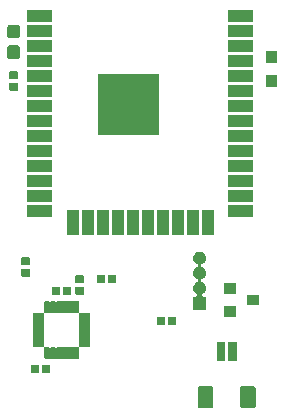
<source format=gbr>
G04 #@! TF.GenerationSoftware,KiCad,Pcbnew,(5.1.5)-3*
G04 #@! TF.CreationDate,2020-06-05T14:27:12-04:00*
G04 #@! TF.ProjectId,OSSC,4f535343-2e6b-4696-9361-645f70636258,rev?*
G04 #@! TF.SameCoordinates,Original*
G04 #@! TF.FileFunction,Soldermask,Top*
G04 #@! TF.FilePolarity,Negative*
%FSLAX46Y46*%
G04 Gerber Fmt 4.6, Leading zero omitted, Abs format (unit mm)*
G04 Created by KiCad (PCBNEW (5.1.5)-3) date 2020-06-05 14:27:12*
%MOMM*%
%LPD*%
G04 APERTURE LIST*
%ADD10C,0.100000*%
G04 APERTURE END LIST*
D10*
G36*
X89921242Y-87288404D02*
G01*
X89958337Y-87299657D01*
X89992515Y-87317925D01*
X90022481Y-87342519D01*
X90047075Y-87372485D01*
X90065343Y-87406663D01*
X90076596Y-87443758D01*
X90081000Y-87488474D01*
X90081000Y-88981526D01*
X90076596Y-89026242D01*
X90065343Y-89063337D01*
X90047075Y-89097515D01*
X90022481Y-89127481D01*
X89992515Y-89152075D01*
X89958337Y-89170343D01*
X89921242Y-89181596D01*
X89876526Y-89186000D01*
X88983474Y-89186000D01*
X88938758Y-89181596D01*
X88901663Y-89170343D01*
X88867485Y-89152075D01*
X88837519Y-89127481D01*
X88812925Y-89097515D01*
X88794657Y-89063337D01*
X88783404Y-89026242D01*
X88779000Y-88981526D01*
X88779000Y-87488474D01*
X88783404Y-87443758D01*
X88794657Y-87406663D01*
X88812925Y-87372485D01*
X88837519Y-87342519D01*
X88867485Y-87317925D01*
X88901663Y-87299657D01*
X88938758Y-87288404D01*
X88983474Y-87284000D01*
X89876526Y-87284000D01*
X89921242Y-87288404D01*
G37*
G36*
X86321242Y-87288404D02*
G01*
X86358337Y-87299657D01*
X86392515Y-87317925D01*
X86422481Y-87342519D01*
X86447075Y-87372485D01*
X86465343Y-87406663D01*
X86476596Y-87443758D01*
X86481000Y-87488474D01*
X86481000Y-88981526D01*
X86476596Y-89026242D01*
X86465343Y-89063337D01*
X86447075Y-89097515D01*
X86422481Y-89127481D01*
X86392515Y-89152075D01*
X86358337Y-89170343D01*
X86321242Y-89181596D01*
X86276526Y-89186000D01*
X85383474Y-89186000D01*
X85338758Y-89181596D01*
X85301663Y-89170343D01*
X85267485Y-89152075D01*
X85237519Y-89127481D01*
X85212925Y-89097515D01*
X85194657Y-89063337D01*
X85183404Y-89026242D01*
X85179000Y-88981526D01*
X85179000Y-87488474D01*
X85183404Y-87443758D01*
X85194657Y-87406663D01*
X85212925Y-87372485D01*
X85237519Y-87342519D01*
X85267485Y-87317925D01*
X85301663Y-87299657D01*
X85338758Y-87288404D01*
X85383474Y-87284000D01*
X86276526Y-87284000D01*
X86321242Y-87288404D01*
G37*
G36*
X72623938Y-85483716D02*
G01*
X72644557Y-85489971D01*
X72663553Y-85500124D01*
X72680208Y-85513792D01*
X72693876Y-85530447D01*
X72704029Y-85549443D01*
X72710284Y-85570062D01*
X72713000Y-85597640D01*
X72713000Y-86106360D01*
X72710284Y-86133938D01*
X72704029Y-86154557D01*
X72693876Y-86173553D01*
X72680208Y-86190208D01*
X72663553Y-86203876D01*
X72644557Y-86214029D01*
X72623938Y-86220284D01*
X72596360Y-86223000D01*
X72137640Y-86223000D01*
X72110062Y-86220284D01*
X72089443Y-86214029D01*
X72070447Y-86203876D01*
X72053792Y-86190208D01*
X72040124Y-86173553D01*
X72029971Y-86154557D01*
X72023716Y-86133938D01*
X72021000Y-86106360D01*
X72021000Y-85597640D01*
X72023716Y-85570062D01*
X72029971Y-85549443D01*
X72040124Y-85530447D01*
X72053792Y-85513792D01*
X72070447Y-85500124D01*
X72089443Y-85489971D01*
X72110062Y-85483716D01*
X72137640Y-85481000D01*
X72596360Y-85481000D01*
X72623938Y-85483716D01*
G37*
G36*
X71653938Y-85483716D02*
G01*
X71674557Y-85489971D01*
X71693553Y-85500124D01*
X71710208Y-85513792D01*
X71723876Y-85530447D01*
X71734029Y-85549443D01*
X71740284Y-85570062D01*
X71743000Y-85597640D01*
X71743000Y-86106360D01*
X71740284Y-86133938D01*
X71734029Y-86154557D01*
X71723876Y-86173553D01*
X71710208Y-86190208D01*
X71693553Y-86203876D01*
X71674557Y-86214029D01*
X71653938Y-86220284D01*
X71626360Y-86223000D01*
X71167640Y-86223000D01*
X71140062Y-86220284D01*
X71119443Y-86214029D01*
X71100447Y-86203876D01*
X71083792Y-86190208D01*
X71070124Y-86173553D01*
X71059971Y-86154557D01*
X71053716Y-86133938D01*
X71051000Y-86106360D01*
X71051000Y-85597640D01*
X71053716Y-85570062D01*
X71059971Y-85549443D01*
X71070124Y-85530447D01*
X71083792Y-85513792D01*
X71100447Y-85500124D01*
X71119443Y-85489971D01*
X71140062Y-85483716D01*
X71167640Y-85481000D01*
X71626360Y-85481000D01*
X71653938Y-85483716D01*
G37*
G36*
X87389928Y-83536764D02*
G01*
X87411009Y-83543160D01*
X87430445Y-83553548D01*
X87447476Y-83567524D01*
X87461452Y-83584555D01*
X87471840Y-83603991D01*
X87478236Y-83625072D01*
X87481000Y-83653140D01*
X87481000Y-85066860D01*
X87478236Y-85094928D01*
X87471840Y-85116009D01*
X87461452Y-85135445D01*
X87447476Y-85152476D01*
X87430445Y-85166452D01*
X87411009Y-85176840D01*
X87389928Y-85183236D01*
X87361860Y-85186000D01*
X86898140Y-85186000D01*
X86870072Y-85183236D01*
X86848991Y-85176840D01*
X86829555Y-85166452D01*
X86812524Y-85152476D01*
X86798548Y-85135445D01*
X86788160Y-85116009D01*
X86781764Y-85094928D01*
X86779000Y-85066860D01*
X86779000Y-83653140D01*
X86781764Y-83625072D01*
X86788160Y-83603991D01*
X86798548Y-83584555D01*
X86812524Y-83567524D01*
X86829555Y-83553548D01*
X86848991Y-83543160D01*
X86870072Y-83536764D01*
X86898140Y-83534000D01*
X87361860Y-83534000D01*
X87389928Y-83536764D01*
G37*
G36*
X88389928Y-83536764D02*
G01*
X88411009Y-83543160D01*
X88430445Y-83553548D01*
X88447476Y-83567524D01*
X88461452Y-83584555D01*
X88471840Y-83603991D01*
X88478236Y-83625072D01*
X88481000Y-83653140D01*
X88481000Y-85066860D01*
X88478236Y-85094928D01*
X88471840Y-85116009D01*
X88461452Y-85135445D01*
X88447476Y-85152476D01*
X88430445Y-85166452D01*
X88411009Y-85176840D01*
X88389928Y-85183236D01*
X88361860Y-85186000D01*
X87898140Y-85186000D01*
X87870072Y-85183236D01*
X87848991Y-85176840D01*
X87829555Y-85166452D01*
X87812524Y-85152476D01*
X87798548Y-85135445D01*
X87788160Y-85116009D01*
X87781764Y-85094928D01*
X87779000Y-85066860D01*
X87779000Y-83653140D01*
X87781764Y-83625072D01*
X87788160Y-83603991D01*
X87798548Y-83584555D01*
X87812524Y-83567524D01*
X87829555Y-83553548D01*
X87848991Y-83543160D01*
X87870072Y-83536764D01*
X87898140Y-83534000D01*
X88361860Y-83534000D01*
X88389928Y-83536764D01*
G37*
G36*
X72580295Y-80125323D02*
G01*
X72587309Y-80127451D01*
X72601077Y-80134810D01*
X72623716Y-80144187D01*
X72647749Y-80148967D01*
X72672253Y-80148967D01*
X72696286Y-80144186D01*
X72718923Y-80134810D01*
X72732691Y-80127451D01*
X72739705Y-80125323D01*
X72753140Y-80124000D01*
X73066860Y-80124000D01*
X73080295Y-80125323D01*
X73087309Y-80127451D01*
X73101077Y-80134810D01*
X73123716Y-80144187D01*
X73147749Y-80148967D01*
X73172253Y-80148967D01*
X73196286Y-80144186D01*
X73218923Y-80134810D01*
X73232691Y-80127451D01*
X73239705Y-80125323D01*
X73253140Y-80124000D01*
X73566860Y-80124000D01*
X73580295Y-80125323D01*
X73587309Y-80127451D01*
X73601077Y-80134810D01*
X73623716Y-80144187D01*
X73647749Y-80148967D01*
X73672253Y-80148967D01*
X73696286Y-80144186D01*
X73718923Y-80134810D01*
X73732691Y-80127451D01*
X73739705Y-80125323D01*
X73753140Y-80124000D01*
X74066860Y-80124000D01*
X74080295Y-80125323D01*
X74087309Y-80127451D01*
X74101077Y-80134810D01*
X74123716Y-80144187D01*
X74147749Y-80148967D01*
X74172253Y-80148967D01*
X74196286Y-80144186D01*
X74218923Y-80134810D01*
X74232691Y-80127451D01*
X74239705Y-80125323D01*
X74253140Y-80124000D01*
X74566860Y-80124000D01*
X74580295Y-80125323D01*
X74587309Y-80127451D01*
X74601077Y-80134810D01*
X74623716Y-80144187D01*
X74647749Y-80148967D01*
X74672253Y-80148967D01*
X74696286Y-80144186D01*
X74718923Y-80134810D01*
X74732691Y-80127451D01*
X74739705Y-80125323D01*
X74753140Y-80124000D01*
X75066860Y-80124000D01*
X75080295Y-80125323D01*
X75087310Y-80127451D01*
X75093776Y-80130908D01*
X75099442Y-80135558D01*
X75104092Y-80141224D01*
X75107549Y-80147690D01*
X75109677Y-80154705D01*
X75111000Y-80168140D01*
X75111000Y-80974001D01*
X75113402Y-80998387D01*
X75120515Y-81021836D01*
X75132066Y-81043447D01*
X75147611Y-81062389D01*
X75166553Y-81077934D01*
X75188164Y-81089485D01*
X75211613Y-81096598D01*
X75235999Y-81099000D01*
X76041860Y-81099000D01*
X76055295Y-81100323D01*
X76062310Y-81102451D01*
X76068776Y-81105908D01*
X76074442Y-81110558D01*
X76079092Y-81116224D01*
X76082549Y-81122690D01*
X76084677Y-81129705D01*
X76086000Y-81143140D01*
X76086000Y-81456860D01*
X76084677Y-81470295D01*
X76082549Y-81477309D01*
X76075190Y-81491077D01*
X76065813Y-81513716D01*
X76061033Y-81537749D01*
X76061033Y-81562253D01*
X76065814Y-81586286D01*
X76075190Y-81608923D01*
X76082549Y-81622691D01*
X76084677Y-81629705D01*
X76086000Y-81643140D01*
X76086000Y-81956860D01*
X76084677Y-81970295D01*
X76082549Y-81977309D01*
X76075190Y-81991077D01*
X76065813Y-82013716D01*
X76061033Y-82037749D01*
X76061033Y-82062253D01*
X76065814Y-82086286D01*
X76075190Y-82108923D01*
X76082549Y-82122691D01*
X76084677Y-82129705D01*
X76086000Y-82143140D01*
X76086000Y-82456860D01*
X76084677Y-82470295D01*
X76082549Y-82477309D01*
X76075190Y-82491077D01*
X76065813Y-82513716D01*
X76061033Y-82537749D01*
X76061033Y-82562253D01*
X76065814Y-82586286D01*
X76075190Y-82608923D01*
X76082549Y-82622691D01*
X76084677Y-82629705D01*
X76086000Y-82643140D01*
X76086000Y-82956860D01*
X76084677Y-82970295D01*
X76082549Y-82977309D01*
X76075190Y-82991077D01*
X76065813Y-83013716D01*
X76061033Y-83037749D01*
X76061033Y-83062253D01*
X76065814Y-83086286D01*
X76075190Y-83108923D01*
X76082549Y-83122691D01*
X76084677Y-83129705D01*
X76086000Y-83143140D01*
X76086000Y-83456860D01*
X76084677Y-83470295D01*
X76082549Y-83477309D01*
X76075190Y-83491077D01*
X76065813Y-83513716D01*
X76061033Y-83537749D01*
X76061033Y-83562253D01*
X76065814Y-83586286D01*
X76075190Y-83608923D01*
X76082549Y-83622691D01*
X76084677Y-83629705D01*
X76086000Y-83643140D01*
X76086000Y-83956860D01*
X76084677Y-83970295D01*
X76082549Y-83977310D01*
X76079092Y-83983776D01*
X76074442Y-83989442D01*
X76068776Y-83994092D01*
X76062310Y-83997549D01*
X76055295Y-83999677D01*
X76041860Y-84001000D01*
X75235999Y-84001000D01*
X75211613Y-84003402D01*
X75188164Y-84010515D01*
X75166553Y-84022066D01*
X75147611Y-84037611D01*
X75132066Y-84056553D01*
X75120515Y-84078164D01*
X75113402Y-84101613D01*
X75111000Y-84125999D01*
X75111000Y-84931860D01*
X75109677Y-84945295D01*
X75107549Y-84952310D01*
X75104092Y-84958776D01*
X75099442Y-84964442D01*
X75093776Y-84969092D01*
X75087310Y-84972549D01*
X75080295Y-84974677D01*
X75066860Y-84976000D01*
X74753140Y-84976000D01*
X74739705Y-84974677D01*
X74732691Y-84972549D01*
X74718923Y-84965190D01*
X74696284Y-84955813D01*
X74672251Y-84951033D01*
X74647747Y-84951033D01*
X74623714Y-84955814D01*
X74601077Y-84965190D01*
X74587309Y-84972549D01*
X74580295Y-84974677D01*
X74566860Y-84976000D01*
X74253140Y-84976000D01*
X74239705Y-84974677D01*
X74232691Y-84972549D01*
X74218923Y-84965190D01*
X74196284Y-84955813D01*
X74172251Y-84951033D01*
X74147747Y-84951033D01*
X74123714Y-84955814D01*
X74101077Y-84965190D01*
X74087309Y-84972549D01*
X74080295Y-84974677D01*
X74066860Y-84976000D01*
X73753140Y-84976000D01*
X73739705Y-84974677D01*
X73732691Y-84972549D01*
X73718923Y-84965190D01*
X73696284Y-84955813D01*
X73672251Y-84951033D01*
X73647747Y-84951033D01*
X73623714Y-84955814D01*
X73601077Y-84965190D01*
X73587309Y-84972549D01*
X73580295Y-84974677D01*
X73566860Y-84976000D01*
X73253140Y-84976000D01*
X73239705Y-84974677D01*
X73232691Y-84972549D01*
X73218923Y-84965190D01*
X73196284Y-84955813D01*
X73172251Y-84951033D01*
X73147747Y-84951033D01*
X73123714Y-84955814D01*
X73101077Y-84965190D01*
X73087309Y-84972549D01*
X73080295Y-84974677D01*
X73066860Y-84976000D01*
X72753140Y-84976000D01*
X72739705Y-84974677D01*
X72732691Y-84972549D01*
X72718923Y-84965190D01*
X72696284Y-84955813D01*
X72672251Y-84951033D01*
X72647747Y-84951033D01*
X72623714Y-84955814D01*
X72601077Y-84965190D01*
X72587309Y-84972549D01*
X72580295Y-84974677D01*
X72566860Y-84976000D01*
X72253140Y-84976000D01*
X72239705Y-84974677D01*
X72232690Y-84972549D01*
X72226224Y-84969092D01*
X72220558Y-84964442D01*
X72215908Y-84958776D01*
X72212451Y-84952310D01*
X72210323Y-84945295D01*
X72209000Y-84931860D01*
X72209000Y-84125999D01*
X72206598Y-84101613D01*
X72199485Y-84078164D01*
X72187934Y-84056553D01*
X72172389Y-84037611D01*
X72153447Y-84022066D01*
X72131836Y-84010515D01*
X72108387Y-84003402D01*
X72084001Y-84001000D01*
X71278140Y-84001000D01*
X71264705Y-83999677D01*
X71257690Y-83997549D01*
X71251224Y-83994092D01*
X71245558Y-83989442D01*
X71240908Y-83983776D01*
X71237451Y-83977310D01*
X71235323Y-83970295D01*
X71234000Y-83956860D01*
X71234000Y-83643140D01*
X71235323Y-83629705D01*
X71237451Y-83622691D01*
X71244810Y-83608923D01*
X71254187Y-83586284D01*
X71258967Y-83562251D01*
X71258967Y-83537747D01*
X71254186Y-83513714D01*
X71244810Y-83491077D01*
X71237451Y-83477309D01*
X71235323Y-83470295D01*
X71234000Y-83456860D01*
X71234000Y-83143140D01*
X71235323Y-83129705D01*
X71237451Y-83122691D01*
X71244810Y-83108923D01*
X71254187Y-83086284D01*
X71258967Y-83062251D01*
X71258967Y-83037747D01*
X71254186Y-83013714D01*
X71244810Y-82991077D01*
X71237451Y-82977309D01*
X71235323Y-82970295D01*
X71234000Y-82956860D01*
X71234000Y-82643140D01*
X71235323Y-82629705D01*
X71237451Y-82622691D01*
X71244810Y-82608923D01*
X71254187Y-82586284D01*
X71258967Y-82562251D01*
X71258967Y-82537747D01*
X71254186Y-82513714D01*
X71244810Y-82491077D01*
X71237451Y-82477309D01*
X71235323Y-82470295D01*
X71234000Y-82456860D01*
X71234000Y-82143140D01*
X71235323Y-82129705D01*
X71237451Y-82122691D01*
X71244810Y-82108923D01*
X71254187Y-82086284D01*
X71258967Y-82062251D01*
X71258967Y-82037747D01*
X71254186Y-82013714D01*
X71244810Y-81991077D01*
X71237451Y-81977309D01*
X71235323Y-81970295D01*
X71234000Y-81956860D01*
X71234000Y-81643140D01*
X71235323Y-81629705D01*
X71237451Y-81622691D01*
X71244810Y-81608923D01*
X71254187Y-81586284D01*
X71258967Y-81562251D01*
X71258967Y-81537749D01*
X72161033Y-81537749D01*
X72161033Y-81562253D01*
X72165814Y-81586286D01*
X72175190Y-81608923D01*
X72182549Y-81622691D01*
X72184677Y-81629705D01*
X72186000Y-81643140D01*
X72186000Y-81956860D01*
X72184677Y-81970295D01*
X72182549Y-81977309D01*
X72175190Y-81991077D01*
X72165813Y-82013716D01*
X72161033Y-82037749D01*
X72161033Y-82062253D01*
X72165814Y-82086286D01*
X72175190Y-82108923D01*
X72182549Y-82122691D01*
X72184677Y-82129705D01*
X72186000Y-82143140D01*
X72186000Y-82456860D01*
X72184677Y-82470295D01*
X72182549Y-82477309D01*
X72175190Y-82491077D01*
X72165813Y-82513716D01*
X72161033Y-82537749D01*
X72161033Y-82562253D01*
X72165814Y-82586286D01*
X72175190Y-82608923D01*
X72182549Y-82622691D01*
X72184677Y-82629705D01*
X72186000Y-82643140D01*
X72186000Y-82956860D01*
X72184677Y-82970295D01*
X72182549Y-82977309D01*
X72175190Y-82991077D01*
X72165813Y-83013716D01*
X72161033Y-83037749D01*
X72161033Y-83062253D01*
X72165814Y-83086286D01*
X72175190Y-83108923D01*
X72182549Y-83122691D01*
X72184677Y-83129705D01*
X72186000Y-83143140D01*
X72186000Y-83456860D01*
X72184677Y-83470295D01*
X72182549Y-83477309D01*
X72175190Y-83491077D01*
X72165813Y-83513716D01*
X72161033Y-83537749D01*
X72161033Y-83562253D01*
X72165814Y-83586286D01*
X72175190Y-83608923D01*
X72182549Y-83622691D01*
X72184677Y-83629705D01*
X72186000Y-83643140D01*
X72186000Y-83899001D01*
X72188402Y-83923387D01*
X72195515Y-83946836D01*
X72207066Y-83968447D01*
X72222611Y-83987389D01*
X72241553Y-84002934D01*
X72263164Y-84014485D01*
X72286613Y-84021598D01*
X72310999Y-84024000D01*
X72566860Y-84024000D01*
X72580295Y-84025323D01*
X72587309Y-84027451D01*
X72601077Y-84034810D01*
X72623716Y-84044187D01*
X72647749Y-84048967D01*
X72672253Y-84048967D01*
X72696286Y-84044186D01*
X72718923Y-84034810D01*
X72732691Y-84027451D01*
X72739705Y-84025323D01*
X72753140Y-84024000D01*
X73066860Y-84024000D01*
X73080295Y-84025323D01*
X73087309Y-84027451D01*
X73101077Y-84034810D01*
X73123716Y-84044187D01*
X73147749Y-84048967D01*
X73172253Y-84048967D01*
X73196286Y-84044186D01*
X73218923Y-84034810D01*
X73232691Y-84027451D01*
X73239705Y-84025323D01*
X73253140Y-84024000D01*
X73566860Y-84024000D01*
X73580295Y-84025323D01*
X73587309Y-84027451D01*
X73601077Y-84034810D01*
X73623716Y-84044187D01*
X73647749Y-84048967D01*
X73672253Y-84048967D01*
X73696286Y-84044186D01*
X73718923Y-84034810D01*
X73732691Y-84027451D01*
X73739705Y-84025323D01*
X73753140Y-84024000D01*
X74066860Y-84024000D01*
X74080295Y-84025323D01*
X74087309Y-84027451D01*
X74101077Y-84034810D01*
X74123716Y-84044187D01*
X74147749Y-84048967D01*
X74172253Y-84048967D01*
X74196286Y-84044186D01*
X74218923Y-84034810D01*
X74232691Y-84027451D01*
X74239705Y-84025323D01*
X74253140Y-84024000D01*
X74566860Y-84024000D01*
X74580295Y-84025323D01*
X74587309Y-84027451D01*
X74601077Y-84034810D01*
X74623716Y-84044187D01*
X74647749Y-84048967D01*
X74672253Y-84048967D01*
X74696286Y-84044186D01*
X74718923Y-84034810D01*
X74732691Y-84027451D01*
X74739705Y-84025323D01*
X74753140Y-84024000D01*
X75009001Y-84024000D01*
X75033387Y-84021598D01*
X75056836Y-84014485D01*
X75078447Y-84002934D01*
X75097389Y-83987389D01*
X75112934Y-83968447D01*
X75124485Y-83946836D01*
X75131598Y-83923387D01*
X75134000Y-83899001D01*
X75134000Y-83643140D01*
X75135323Y-83629705D01*
X75137451Y-83622691D01*
X75144810Y-83608923D01*
X75154187Y-83586284D01*
X75158967Y-83562251D01*
X75158967Y-83537747D01*
X75154186Y-83513714D01*
X75144810Y-83491077D01*
X75137451Y-83477309D01*
X75135323Y-83470295D01*
X75134000Y-83456860D01*
X75134000Y-83143140D01*
X75135323Y-83129705D01*
X75137451Y-83122691D01*
X75144810Y-83108923D01*
X75154187Y-83086284D01*
X75158967Y-83062251D01*
X75158967Y-83037747D01*
X75154186Y-83013714D01*
X75144810Y-82991077D01*
X75137451Y-82977309D01*
X75135323Y-82970295D01*
X75134000Y-82956860D01*
X75134000Y-82643140D01*
X75135323Y-82629705D01*
X75137451Y-82622691D01*
X75144810Y-82608923D01*
X75154187Y-82586284D01*
X75158967Y-82562251D01*
X75158967Y-82537747D01*
X75154186Y-82513714D01*
X75144810Y-82491077D01*
X75137451Y-82477309D01*
X75135323Y-82470295D01*
X75134000Y-82456860D01*
X75134000Y-82143140D01*
X75135323Y-82129705D01*
X75137451Y-82122691D01*
X75144810Y-82108923D01*
X75154187Y-82086284D01*
X75158967Y-82062251D01*
X75158967Y-82037747D01*
X75154186Y-82013714D01*
X75144810Y-81991077D01*
X75137451Y-81977309D01*
X75135323Y-81970295D01*
X75134000Y-81956860D01*
X75134000Y-81643140D01*
X75135323Y-81629705D01*
X75137451Y-81622691D01*
X75144810Y-81608923D01*
X75154187Y-81586284D01*
X75158967Y-81562251D01*
X75158967Y-81537747D01*
X75154186Y-81513714D01*
X75144810Y-81491077D01*
X75137451Y-81477309D01*
X75135323Y-81470295D01*
X75134000Y-81456860D01*
X75134000Y-81200999D01*
X75131598Y-81176613D01*
X75124485Y-81153164D01*
X75112934Y-81131553D01*
X75097389Y-81112611D01*
X75078447Y-81097066D01*
X75056836Y-81085515D01*
X75033387Y-81078402D01*
X75009001Y-81076000D01*
X74753140Y-81076000D01*
X74739705Y-81074677D01*
X74732691Y-81072549D01*
X74718923Y-81065190D01*
X74696284Y-81055813D01*
X74672251Y-81051033D01*
X74647747Y-81051033D01*
X74623714Y-81055814D01*
X74601077Y-81065190D01*
X74587309Y-81072549D01*
X74580295Y-81074677D01*
X74566860Y-81076000D01*
X74253140Y-81076000D01*
X74239705Y-81074677D01*
X74232691Y-81072549D01*
X74218923Y-81065190D01*
X74196284Y-81055813D01*
X74172251Y-81051033D01*
X74147747Y-81051033D01*
X74123714Y-81055814D01*
X74101077Y-81065190D01*
X74087309Y-81072549D01*
X74080295Y-81074677D01*
X74066860Y-81076000D01*
X73753140Y-81076000D01*
X73739705Y-81074677D01*
X73732691Y-81072549D01*
X73718923Y-81065190D01*
X73696284Y-81055813D01*
X73672251Y-81051033D01*
X73647747Y-81051033D01*
X73623714Y-81055814D01*
X73601077Y-81065190D01*
X73587309Y-81072549D01*
X73580295Y-81074677D01*
X73566860Y-81076000D01*
X73253140Y-81076000D01*
X73239705Y-81074677D01*
X73232691Y-81072549D01*
X73218923Y-81065190D01*
X73196284Y-81055813D01*
X73172251Y-81051033D01*
X73147747Y-81051033D01*
X73123714Y-81055814D01*
X73101077Y-81065190D01*
X73087309Y-81072549D01*
X73080295Y-81074677D01*
X73066860Y-81076000D01*
X72753140Y-81076000D01*
X72739705Y-81074677D01*
X72732691Y-81072549D01*
X72718923Y-81065190D01*
X72696284Y-81055813D01*
X72672251Y-81051033D01*
X72647747Y-81051033D01*
X72623714Y-81055814D01*
X72601077Y-81065190D01*
X72587309Y-81072549D01*
X72580295Y-81074677D01*
X72566860Y-81076000D01*
X72310999Y-81076000D01*
X72286613Y-81078402D01*
X72263164Y-81085515D01*
X72241553Y-81097066D01*
X72222611Y-81112611D01*
X72207066Y-81131553D01*
X72195515Y-81153164D01*
X72188402Y-81176613D01*
X72186000Y-81200999D01*
X72186000Y-81456860D01*
X72184677Y-81470295D01*
X72182549Y-81477309D01*
X72175190Y-81491077D01*
X72165813Y-81513716D01*
X72161033Y-81537749D01*
X71258967Y-81537749D01*
X71258967Y-81537747D01*
X71254186Y-81513714D01*
X71244810Y-81491077D01*
X71237451Y-81477309D01*
X71235323Y-81470295D01*
X71234000Y-81456860D01*
X71234000Y-81143140D01*
X71235323Y-81129705D01*
X71237451Y-81122690D01*
X71240908Y-81116224D01*
X71245558Y-81110558D01*
X71251224Y-81105908D01*
X71257690Y-81102451D01*
X71264705Y-81100323D01*
X71278140Y-81099000D01*
X72084001Y-81099000D01*
X72108387Y-81096598D01*
X72131836Y-81089485D01*
X72153447Y-81077934D01*
X72172389Y-81062389D01*
X72187934Y-81043447D01*
X72199485Y-81021836D01*
X72206598Y-80998387D01*
X72209000Y-80974001D01*
X72209000Y-80168140D01*
X72210323Y-80154705D01*
X72212451Y-80147690D01*
X72215908Y-80141224D01*
X72220558Y-80135558D01*
X72226224Y-80130908D01*
X72232690Y-80127451D01*
X72239705Y-80125323D01*
X72253140Y-80124000D01*
X72566860Y-80124000D01*
X72580295Y-80125323D01*
G37*
G36*
X83291938Y-81419716D02*
G01*
X83312557Y-81425971D01*
X83331553Y-81436124D01*
X83348208Y-81449792D01*
X83361876Y-81466447D01*
X83372029Y-81485443D01*
X83378284Y-81506062D01*
X83381000Y-81533640D01*
X83381000Y-82042360D01*
X83378284Y-82069938D01*
X83372029Y-82090557D01*
X83361876Y-82109553D01*
X83348208Y-82126208D01*
X83331553Y-82139876D01*
X83312557Y-82150029D01*
X83291938Y-82156284D01*
X83264360Y-82159000D01*
X82805640Y-82159000D01*
X82778062Y-82156284D01*
X82757443Y-82150029D01*
X82738447Y-82139876D01*
X82721792Y-82126208D01*
X82708124Y-82109553D01*
X82697971Y-82090557D01*
X82691716Y-82069938D01*
X82689000Y-82042360D01*
X82689000Y-81533640D01*
X82691716Y-81506062D01*
X82697971Y-81485443D01*
X82708124Y-81466447D01*
X82721792Y-81449792D01*
X82738447Y-81436124D01*
X82757443Y-81425971D01*
X82778062Y-81419716D01*
X82805640Y-81417000D01*
X83264360Y-81417000D01*
X83291938Y-81419716D01*
G37*
G36*
X82321938Y-81419716D02*
G01*
X82342557Y-81425971D01*
X82361553Y-81436124D01*
X82378208Y-81449792D01*
X82391876Y-81466447D01*
X82402029Y-81485443D01*
X82408284Y-81506062D01*
X82411000Y-81533640D01*
X82411000Y-82042360D01*
X82408284Y-82069938D01*
X82402029Y-82090557D01*
X82391876Y-82109553D01*
X82378208Y-82126208D01*
X82361553Y-82139876D01*
X82342557Y-82150029D01*
X82321938Y-82156284D01*
X82294360Y-82159000D01*
X81835640Y-82159000D01*
X81808062Y-82156284D01*
X81787443Y-82150029D01*
X81768447Y-82139876D01*
X81751792Y-82126208D01*
X81738124Y-82109553D01*
X81727971Y-82090557D01*
X81721716Y-82069938D01*
X81719000Y-82042360D01*
X81719000Y-81533640D01*
X81721716Y-81506062D01*
X81727971Y-81485443D01*
X81738124Y-81466447D01*
X81751792Y-81449792D01*
X81768447Y-81436124D01*
X81787443Y-81425971D01*
X81808062Y-81419716D01*
X81835640Y-81417000D01*
X82294360Y-81417000D01*
X82321938Y-81419716D01*
G37*
G36*
X88401000Y-81411000D02*
G01*
X87399000Y-81411000D01*
X87399000Y-80509000D01*
X88401000Y-80509000D01*
X88401000Y-81411000D01*
G37*
G36*
X85504721Y-75924174D02*
G01*
X85604995Y-75965709D01*
X85604996Y-75965710D01*
X85695242Y-76026010D01*
X85771990Y-76102758D01*
X85771991Y-76102760D01*
X85832291Y-76193005D01*
X85873826Y-76293279D01*
X85895000Y-76399730D01*
X85895000Y-76508270D01*
X85873826Y-76614721D01*
X85832291Y-76714995D01*
X85832290Y-76714996D01*
X85771990Y-76805242D01*
X85695242Y-76881990D01*
X85662301Y-76904000D01*
X85604995Y-76942291D01*
X85529611Y-76973516D01*
X85508000Y-76985067D01*
X85489059Y-77000612D01*
X85473513Y-77019554D01*
X85461962Y-77041165D01*
X85454849Y-77064614D01*
X85452447Y-77089000D01*
X85454849Y-77113386D01*
X85461962Y-77136835D01*
X85473513Y-77158446D01*
X85489058Y-77177387D01*
X85508000Y-77192933D01*
X85529611Y-77204484D01*
X85604995Y-77235709D01*
X85604996Y-77235710D01*
X85695242Y-77296010D01*
X85771990Y-77372758D01*
X85779606Y-77384156D01*
X85832291Y-77463005D01*
X85873826Y-77563279D01*
X85895000Y-77669730D01*
X85895000Y-77778270D01*
X85873826Y-77884721D01*
X85832291Y-77984995D01*
X85812771Y-78014208D01*
X85771990Y-78075242D01*
X85695242Y-78151990D01*
X85649812Y-78182345D01*
X85604995Y-78212291D01*
X85529611Y-78243516D01*
X85508000Y-78255067D01*
X85489059Y-78270612D01*
X85473513Y-78289554D01*
X85461962Y-78311165D01*
X85454849Y-78334614D01*
X85452447Y-78359000D01*
X85454849Y-78383386D01*
X85461962Y-78406835D01*
X85473513Y-78428446D01*
X85489058Y-78447387D01*
X85508000Y-78462933D01*
X85529611Y-78474484D01*
X85604995Y-78505709D01*
X85632540Y-78524114D01*
X85695242Y-78566010D01*
X85771990Y-78642758D01*
X85771991Y-78642760D01*
X85832291Y-78733005D01*
X85873826Y-78833279D01*
X85895000Y-78939730D01*
X85895000Y-79048270D01*
X85873826Y-79154721D01*
X85832291Y-79254995D01*
X85832290Y-79254996D01*
X85771990Y-79345242D01*
X85695242Y-79421990D01*
X85663816Y-79442988D01*
X85602336Y-79484068D01*
X85583394Y-79499614D01*
X85567849Y-79518556D01*
X85556298Y-79540167D01*
X85549185Y-79563615D01*
X85546783Y-79588002D01*
X85549185Y-79612388D01*
X85556298Y-79635837D01*
X85567849Y-79657447D01*
X85583395Y-79676389D01*
X85602337Y-79691934D01*
X85623948Y-79703485D01*
X85647396Y-79710598D01*
X85671782Y-79713000D01*
X85895000Y-79713000D01*
X85895000Y-80815000D01*
X84793000Y-80815000D01*
X84793000Y-79713000D01*
X85016218Y-79713000D01*
X85040604Y-79710598D01*
X85064053Y-79703485D01*
X85085664Y-79691934D01*
X85104606Y-79676389D01*
X85120151Y-79657447D01*
X85131702Y-79635836D01*
X85138815Y-79612387D01*
X85141217Y-79588001D01*
X85138815Y-79563615D01*
X85131702Y-79540166D01*
X85120151Y-79518555D01*
X85104606Y-79499613D01*
X85085664Y-79484068D01*
X85024184Y-79442988D01*
X84992758Y-79421990D01*
X84916010Y-79345242D01*
X84855710Y-79254996D01*
X84855709Y-79254995D01*
X84814174Y-79154721D01*
X84793000Y-79048270D01*
X84793000Y-78939730D01*
X84814174Y-78833279D01*
X84855709Y-78733005D01*
X84916009Y-78642760D01*
X84916010Y-78642758D01*
X84992758Y-78566010D01*
X85055460Y-78524114D01*
X85083005Y-78505709D01*
X85158389Y-78474484D01*
X85180000Y-78462933D01*
X85198941Y-78447388D01*
X85214487Y-78428446D01*
X85226038Y-78406835D01*
X85233151Y-78383386D01*
X85235553Y-78359000D01*
X85233151Y-78334614D01*
X85226038Y-78311165D01*
X85214487Y-78289554D01*
X85198942Y-78270613D01*
X85180000Y-78255067D01*
X85158389Y-78243516D01*
X85083005Y-78212291D01*
X85038188Y-78182345D01*
X84992758Y-78151990D01*
X84916010Y-78075242D01*
X84875229Y-78014208D01*
X84855709Y-77984995D01*
X84814174Y-77884721D01*
X84793000Y-77778270D01*
X84793000Y-77669730D01*
X84814174Y-77563279D01*
X84855709Y-77463005D01*
X84908394Y-77384156D01*
X84916010Y-77372758D01*
X84992758Y-77296010D01*
X85083004Y-77235710D01*
X85083005Y-77235709D01*
X85158389Y-77204484D01*
X85180000Y-77192933D01*
X85198941Y-77177388D01*
X85214487Y-77158446D01*
X85226038Y-77136835D01*
X85233151Y-77113386D01*
X85235553Y-77089000D01*
X85233151Y-77064614D01*
X85226038Y-77041165D01*
X85214487Y-77019554D01*
X85198942Y-77000613D01*
X85180000Y-76985067D01*
X85158389Y-76973516D01*
X85083005Y-76942291D01*
X85025699Y-76904000D01*
X84992758Y-76881990D01*
X84916010Y-76805242D01*
X84855710Y-76714996D01*
X84855709Y-76714995D01*
X84814174Y-76614721D01*
X84793000Y-76508270D01*
X84793000Y-76399730D01*
X84814174Y-76293279D01*
X84855709Y-76193005D01*
X84916009Y-76102760D01*
X84916010Y-76102758D01*
X84992758Y-76026010D01*
X85083004Y-75965710D01*
X85083005Y-75965709D01*
X85183279Y-75924174D01*
X85289730Y-75903000D01*
X85398270Y-75903000D01*
X85504721Y-75924174D01*
G37*
G36*
X90401000Y-80461000D02*
G01*
X89399000Y-80461000D01*
X89399000Y-79559000D01*
X90401000Y-79559000D01*
X90401000Y-80461000D01*
G37*
G36*
X73431938Y-78879716D02*
G01*
X73452557Y-78885971D01*
X73471553Y-78896124D01*
X73488208Y-78909792D01*
X73501876Y-78926447D01*
X73512029Y-78945443D01*
X73518284Y-78966062D01*
X73521000Y-78993640D01*
X73521000Y-79502360D01*
X73518284Y-79529938D01*
X73512029Y-79550557D01*
X73501876Y-79569553D01*
X73488208Y-79586208D01*
X73471553Y-79599876D01*
X73452557Y-79610029D01*
X73431938Y-79616284D01*
X73404360Y-79619000D01*
X72945640Y-79619000D01*
X72918062Y-79616284D01*
X72897443Y-79610029D01*
X72878447Y-79599876D01*
X72861792Y-79586208D01*
X72848124Y-79569553D01*
X72837971Y-79550557D01*
X72831716Y-79529938D01*
X72829000Y-79502360D01*
X72829000Y-78993640D01*
X72831716Y-78966062D01*
X72837971Y-78945443D01*
X72848124Y-78926447D01*
X72861792Y-78909792D01*
X72878447Y-78896124D01*
X72897443Y-78885971D01*
X72918062Y-78879716D01*
X72945640Y-78877000D01*
X73404360Y-78877000D01*
X73431938Y-78879716D01*
G37*
G36*
X74401938Y-78879716D02*
G01*
X74422557Y-78885971D01*
X74441553Y-78896124D01*
X74458208Y-78909792D01*
X74471876Y-78926447D01*
X74482029Y-78945443D01*
X74488284Y-78966062D01*
X74491000Y-78993640D01*
X74491000Y-79502360D01*
X74488284Y-79529938D01*
X74482029Y-79550557D01*
X74471876Y-79569553D01*
X74458208Y-79586208D01*
X74441553Y-79599876D01*
X74422557Y-79610029D01*
X74401938Y-79616284D01*
X74374360Y-79619000D01*
X73915640Y-79619000D01*
X73888062Y-79616284D01*
X73867443Y-79610029D01*
X73848447Y-79599876D01*
X73831792Y-79586208D01*
X73818124Y-79569553D01*
X73807971Y-79550557D01*
X73801716Y-79529938D01*
X73799000Y-79502360D01*
X73799000Y-78993640D01*
X73801716Y-78966062D01*
X73807971Y-78945443D01*
X73818124Y-78926447D01*
X73831792Y-78909792D01*
X73848447Y-78896124D01*
X73867443Y-78885971D01*
X73888062Y-78879716D01*
X73915640Y-78877000D01*
X74374360Y-78877000D01*
X74401938Y-78879716D01*
G37*
G36*
X75465938Y-78881716D02*
G01*
X75486557Y-78887971D01*
X75505553Y-78898124D01*
X75522208Y-78911792D01*
X75535876Y-78928447D01*
X75546029Y-78947443D01*
X75552284Y-78968062D01*
X75555000Y-78995640D01*
X75555000Y-79454360D01*
X75552284Y-79481938D01*
X75546029Y-79502557D01*
X75535876Y-79521553D01*
X75522208Y-79538208D01*
X75505553Y-79551876D01*
X75486557Y-79562029D01*
X75465938Y-79568284D01*
X75438360Y-79571000D01*
X74929640Y-79571000D01*
X74902062Y-79568284D01*
X74881443Y-79562029D01*
X74862447Y-79551876D01*
X74845792Y-79538208D01*
X74832124Y-79521553D01*
X74821971Y-79502557D01*
X74815716Y-79481938D01*
X74813000Y-79454360D01*
X74813000Y-78995640D01*
X74815716Y-78968062D01*
X74821971Y-78947443D01*
X74832124Y-78928447D01*
X74845792Y-78911792D01*
X74862447Y-78898124D01*
X74881443Y-78887971D01*
X74902062Y-78881716D01*
X74929640Y-78879000D01*
X75438360Y-78879000D01*
X75465938Y-78881716D01*
G37*
G36*
X88401000Y-79511000D02*
G01*
X87399000Y-79511000D01*
X87399000Y-78609000D01*
X88401000Y-78609000D01*
X88401000Y-79511000D01*
G37*
G36*
X77241938Y-77863716D02*
G01*
X77262557Y-77869971D01*
X77281553Y-77880124D01*
X77298208Y-77893792D01*
X77311876Y-77910447D01*
X77322029Y-77929443D01*
X77328284Y-77950062D01*
X77331000Y-77977640D01*
X77331000Y-78486360D01*
X77328284Y-78513938D01*
X77322029Y-78534557D01*
X77311876Y-78553553D01*
X77298208Y-78570208D01*
X77281553Y-78583876D01*
X77262557Y-78594029D01*
X77241938Y-78600284D01*
X77214360Y-78603000D01*
X76755640Y-78603000D01*
X76728062Y-78600284D01*
X76707443Y-78594029D01*
X76688447Y-78583876D01*
X76671792Y-78570208D01*
X76658124Y-78553553D01*
X76647971Y-78534557D01*
X76641716Y-78513938D01*
X76639000Y-78486360D01*
X76639000Y-77977640D01*
X76641716Y-77950062D01*
X76647971Y-77929443D01*
X76658124Y-77910447D01*
X76671792Y-77893792D01*
X76688447Y-77880124D01*
X76707443Y-77869971D01*
X76728062Y-77863716D01*
X76755640Y-77861000D01*
X77214360Y-77861000D01*
X77241938Y-77863716D01*
G37*
G36*
X78211938Y-77863716D02*
G01*
X78232557Y-77869971D01*
X78251553Y-77880124D01*
X78268208Y-77893792D01*
X78281876Y-77910447D01*
X78292029Y-77929443D01*
X78298284Y-77950062D01*
X78301000Y-77977640D01*
X78301000Y-78486360D01*
X78298284Y-78513938D01*
X78292029Y-78534557D01*
X78281876Y-78553553D01*
X78268208Y-78570208D01*
X78251553Y-78583876D01*
X78232557Y-78594029D01*
X78211938Y-78600284D01*
X78184360Y-78603000D01*
X77725640Y-78603000D01*
X77698062Y-78600284D01*
X77677443Y-78594029D01*
X77658447Y-78583876D01*
X77641792Y-78570208D01*
X77628124Y-78553553D01*
X77617971Y-78534557D01*
X77611716Y-78513938D01*
X77609000Y-78486360D01*
X77609000Y-77977640D01*
X77611716Y-77950062D01*
X77617971Y-77929443D01*
X77628124Y-77910447D01*
X77641792Y-77893792D01*
X77658447Y-77880124D01*
X77677443Y-77869971D01*
X77698062Y-77863716D01*
X77725640Y-77861000D01*
X78184360Y-77861000D01*
X78211938Y-77863716D01*
G37*
G36*
X75465938Y-77911716D02*
G01*
X75486557Y-77917971D01*
X75505553Y-77928124D01*
X75522208Y-77941792D01*
X75535876Y-77958447D01*
X75546029Y-77977443D01*
X75552284Y-77998062D01*
X75555000Y-78025640D01*
X75555000Y-78484360D01*
X75552284Y-78511938D01*
X75546029Y-78532557D01*
X75535876Y-78551553D01*
X75522208Y-78568208D01*
X75505553Y-78581876D01*
X75486557Y-78592029D01*
X75465938Y-78598284D01*
X75438360Y-78601000D01*
X74929640Y-78601000D01*
X74902062Y-78598284D01*
X74881443Y-78592029D01*
X74862447Y-78581876D01*
X74845792Y-78568208D01*
X74832124Y-78551553D01*
X74821971Y-78532557D01*
X74815716Y-78511938D01*
X74813000Y-78484360D01*
X74813000Y-78025640D01*
X74815716Y-77998062D01*
X74821971Y-77977443D01*
X74832124Y-77958447D01*
X74845792Y-77941792D01*
X74862447Y-77928124D01*
X74881443Y-77917971D01*
X74902062Y-77911716D01*
X74929640Y-77909000D01*
X75438360Y-77909000D01*
X75465938Y-77911716D01*
G37*
G36*
X70893938Y-77357716D02*
G01*
X70914557Y-77363971D01*
X70933553Y-77374124D01*
X70950208Y-77387792D01*
X70963876Y-77404447D01*
X70974029Y-77423443D01*
X70980284Y-77444062D01*
X70983000Y-77471640D01*
X70983000Y-77930360D01*
X70980284Y-77957938D01*
X70974029Y-77978557D01*
X70963876Y-77997553D01*
X70950208Y-78014208D01*
X70933553Y-78027876D01*
X70914557Y-78038029D01*
X70893938Y-78044284D01*
X70866360Y-78047000D01*
X70357640Y-78047000D01*
X70330062Y-78044284D01*
X70309443Y-78038029D01*
X70290447Y-78027876D01*
X70273792Y-78014208D01*
X70260124Y-77997553D01*
X70249971Y-77978557D01*
X70243716Y-77957938D01*
X70241000Y-77930360D01*
X70241000Y-77471640D01*
X70243716Y-77444062D01*
X70249971Y-77423443D01*
X70260124Y-77404447D01*
X70273792Y-77387792D01*
X70290447Y-77374124D01*
X70309443Y-77363971D01*
X70330062Y-77357716D01*
X70357640Y-77355000D01*
X70866360Y-77355000D01*
X70893938Y-77357716D01*
G37*
G36*
X70893938Y-76387716D02*
G01*
X70914557Y-76393971D01*
X70933553Y-76404124D01*
X70950208Y-76417792D01*
X70963876Y-76434447D01*
X70974029Y-76453443D01*
X70980284Y-76474062D01*
X70983000Y-76501640D01*
X70983000Y-76960360D01*
X70980284Y-76987938D01*
X70974029Y-77008557D01*
X70963876Y-77027553D01*
X70950208Y-77044208D01*
X70933553Y-77057876D01*
X70914557Y-77068029D01*
X70893938Y-77074284D01*
X70866360Y-77077000D01*
X70357640Y-77077000D01*
X70330062Y-77074284D01*
X70309443Y-77068029D01*
X70290447Y-77057876D01*
X70273792Y-77044208D01*
X70260124Y-77027553D01*
X70249971Y-77008557D01*
X70243716Y-76987938D01*
X70241000Y-76960360D01*
X70241000Y-76501640D01*
X70243716Y-76474062D01*
X70249971Y-76453443D01*
X70260124Y-76434447D01*
X70273792Y-76417792D01*
X70290447Y-76404124D01*
X70309443Y-76393971D01*
X70330062Y-76387716D01*
X70357640Y-76385000D01*
X70866360Y-76385000D01*
X70893938Y-76387716D01*
G37*
G36*
X81451001Y-74511001D02*
G01*
X80449001Y-74511001D01*
X80449001Y-72409001D01*
X81451001Y-72409001D01*
X81451001Y-74511001D01*
G37*
G36*
X80181001Y-74511001D02*
G01*
X79179001Y-74511001D01*
X79179001Y-72409001D01*
X80181001Y-72409001D01*
X80181001Y-74511001D01*
G37*
G36*
X83991001Y-74511001D02*
G01*
X82989001Y-74511001D01*
X82989001Y-72409001D01*
X83991001Y-72409001D01*
X83991001Y-74511001D01*
G37*
G36*
X85261001Y-74511001D02*
G01*
X84259001Y-74511001D01*
X84259001Y-72409001D01*
X85261001Y-72409001D01*
X85261001Y-74511001D01*
G37*
G36*
X75101001Y-74511001D02*
G01*
X74099001Y-74511001D01*
X74099001Y-72409001D01*
X75101001Y-72409001D01*
X75101001Y-74511001D01*
G37*
G36*
X77641001Y-74511001D02*
G01*
X76639001Y-74511001D01*
X76639001Y-72409001D01*
X77641001Y-72409001D01*
X77641001Y-74511001D01*
G37*
G36*
X86531001Y-74511001D02*
G01*
X85529001Y-74511001D01*
X85529001Y-72409001D01*
X86531001Y-72409001D01*
X86531001Y-74511001D01*
G37*
G36*
X78911001Y-74511001D02*
G01*
X77909001Y-74511001D01*
X77909001Y-72409001D01*
X78911001Y-72409001D01*
X78911001Y-74511001D01*
G37*
G36*
X76371001Y-74511001D02*
G01*
X75369001Y-74511001D01*
X75369001Y-72409001D01*
X76371001Y-72409001D01*
X76371001Y-74511001D01*
G37*
G36*
X82721001Y-74511001D02*
G01*
X81719001Y-74511001D01*
X81719001Y-72409001D01*
X82721001Y-72409001D01*
X82721001Y-74511001D01*
G37*
G36*
X89866001Y-72961001D02*
G01*
X87764001Y-72961001D01*
X87764001Y-71959001D01*
X89866001Y-71959001D01*
X89866001Y-72961001D01*
G37*
G36*
X72866001Y-72961001D02*
G01*
X70764001Y-72961001D01*
X70764001Y-71959001D01*
X72866001Y-71959001D01*
X72866001Y-72961001D01*
G37*
G36*
X89866001Y-71691001D02*
G01*
X87764001Y-71691001D01*
X87764001Y-70689001D01*
X89866001Y-70689001D01*
X89866001Y-71691001D01*
G37*
G36*
X72866001Y-71691001D02*
G01*
X70764001Y-71691001D01*
X70764001Y-70689001D01*
X72866001Y-70689001D01*
X72866001Y-71691001D01*
G37*
G36*
X72866001Y-70421001D02*
G01*
X70764001Y-70421001D01*
X70764001Y-69419001D01*
X72866001Y-69419001D01*
X72866001Y-70421001D01*
G37*
G36*
X89866001Y-70421001D02*
G01*
X87764001Y-70421001D01*
X87764001Y-69419001D01*
X89866001Y-69419001D01*
X89866001Y-70421001D01*
G37*
G36*
X72866001Y-69151001D02*
G01*
X70764001Y-69151001D01*
X70764001Y-68149001D01*
X72866001Y-68149001D01*
X72866001Y-69151001D01*
G37*
G36*
X89866001Y-69151001D02*
G01*
X87764001Y-69151001D01*
X87764001Y-68149001D01*
X89866001Y-68149001D01*
X89866001Y-69151001D01*
G37*
G36*
X89866001Y-67881001D02*
G01*
X87764001Y-67881001D01*
X87764001Y-66879001D01*
X89866001Y-66879001D01*
X89866001Y-67881001D01*
G37*
G36*
X72866001Y-67881001D02*
G01*
X70764001Y-67881001D01*
X70764001Y-66879001D01*
X72866001Y-66879001D01*
X72866001Y-67881001D01*
G37*
G36*
X89866001Y-66611001D02*
G01*
X87764001Y-66611001D01*
X87764001Y-65609001D01*
X89866001Y-65609001D01*
X89866001Y-66611001D01*
G37*
G36*
X72866001Y-66611001D02*
G01*
X70764001Y-66611001D01*
X70764001Y-65609001D01*
X72866001Y-65609001D01*
X72866001Y-66611001D01*
G37*
G36*
X81866001Y-66001001D02*
G01*
X76764001Y-66001001D01*
X76764001Y-60899001D01*
X81866001Y-60899001D01*
X81866001Y-66001001D01*
G37*
G36*
X89866001Y-65341001D02*
G01*
X87764001Y-65341001D01*
X87764001Y-64339001D01*
X89866001Y-64339001D01*
X89866001Y-65341001D01*
G37*
G36*
X72866001Y-65341001D02*
G01*
X70764001Y-65341001D01*
X70764001Y-64339001D01*
X72866001Y-64339001D01*
X72866001Y-65341001D01*
G37*
G36*
X89866001Y-64071001D02*
G01*
X87764001Y-64071001D01*
X87764001Y-63069001D01*
X89866001Y-63069001D01*
X89866001Y-64071001D01*
G37*
G36*
X72866001Y-64071001D02*
G01*
X70764001Y-64071001D01*
X70764001Y-63069001D01*
X72866001Y-63069001D01*
X72866001Y-64071001D01*
G37*
G36*
X89866001Y-62801001D02*
G01*
X87764001Y-62801001D01*
X87764001Y-61799001D01*
X89866001Y-61799001D01*
X89866001Y-62801001D01*
G37*
G36*
X72866001Y-62801001D02*
G01*
X70764001Y-62801001D01*
X70764001Y-61799001D01*
X72866001Y-61799001D01*
X72866001Y-62801001D01*
G37*
G36*
X69877938Y-61609716D02*
G01*
X69898557Y-61615971D01*
X69917553Y-61626124D01*
X69934208Y-61639792D01*
X69947876Y-61656447D01*
X69958029Y-61675443D01*
X69964284Y-61696062D01*
X69967000Y-61723640D01*
X69967000Y-62182360D01*
X69964284Y-62209938D01*
X69958029Y-62230557D01*
X69947876Y-62249553D01*
X69934208Y-62266208D01*
X69917553Y-62279876D01*
X69898557Y-62290029D01*
X69877938Y-62296284D01*
X69850360Y-62299000D01*
X69341640Y-62299000D01*
X69314062Y-62296284D01*
X69293443Y-62290029D01*
X69274447Y-62279876D01*
X69257792Y-62266208D01*
X69244124Y-62249553D01*
X69233971Y-62230557D01*
X69227716Y-62209938D01*
X69225000Y-62182360D01*
X69225000Y-61723640D01*
X69227716Y-61696062D01*
X69233971Y-61675443D01*
X69244124Y-61656447D01*
X69257792Y-61639792D01*
X69274447Y-61626124D01*
X69293443Y-61615971D01*
X69314062Y-61609716D01*
X69341640Y-61607000D01*
X69850360Y-61607000D01*
X69877938Y-61609716D01*
G37*
G36*
X91916000Y-61944000D02*
G01*
X90964000Y-61944000D01*
X90964000Y-60992000D01*
X91916000Y-60992000D01*
X91916000Y-61944000D01*
G37*
G36*
X89866001Y-61531001D02*
G01*
X87764001Y-61531001D01*
X87764001Y-60529001D01*
X89866001Y-60529001D01*
X89866001Y-61531001D01*
G37*
G36*
X72866001Y-61531001D02*
G01*
X70764001Y-61531001D01*
X70764001Y-60529001D01*
X72866001Y-60529001D01*
X72866001Y-61531001D01*
G37*
G36*
X69877938Y-60639716D02*
G01*
X69898557Y-60645971D01*
X69917553Y-60656124D01*
X69934208Y-60669792D01*
X69947876Y-60686447D01*
X69958029Y-60705443D01*
X69964284Y-60726062D01*
X69967000Y-60753640D01*
X69967000Y-61212360D01*
X69964284Y-61239938D01*
X69958029Y-61260557D01*
X69947876Y-61279553D01*
X69934208Y-61296208D01*
X69917553Y-61309876D01*
X69898557Y-61320029D01*
X69877938Y-61326284D01*
X69850360Y-61329000D01*
X69341640Y-61329000D01*
X69314062Y-61326284D01*
X69293443Y-61320029D01*
X69274447Y-61309876D01*
X69257792Y-61296208D01*
X69244124Y-61279553D01*
X69233971Y-61260557D01*
X69227716Y-61239938D01*
X69225000Y-61212360D01*
X69225000Y-60753640D01*
X69227716Y-60726062D01*
X69233971Y-60705443D01*
X69244124Y-60686447D01*
X69257792Y-60669792D01*
X69274447Y-60656124D01*
X69293443Y-60645971D01*
X69314062Y-60639716D01*
X69341640Y-60637000D01*
X69850360Y-60637000D01*
X69877938Y-60639716D01*
G37*
G36*
X72866001Y-60261001D02*
G01*
X70764001Y-60261001D01*
X70764001Y-59259001D01*
X72866001Y-59259001D01*
X72866001Y-60261001D01*
G37*
G36*
X89866001Y-60261001D02*
G01*
X87764001Y-60261001D01*
X87764001Y-59259001D01*
X89866001Y-59259001D01*
X89866001Y-60261001D01*
G37*
G36*
X91916000Y-59912000D02*
G01*
X90964000Y-59912000D01*
X90964000Y-58960000D01*
X91916000Y-58960000D01*
X91916000Y-59912000D01*
G37*
G36*
X69960499Y-58455445D02*
G01*
X69997995Y-58466820D01*
X70032554Y-58485292D01*
X70062847Y-58510153D01*
X70087708Y-58540446D01*
X70106180Y-58575005D01*
X70117555Y-58612501D01*
X70122000Y-58657638D01*
X70122000Y-59396362D01*
X70117555Y-59441499D01*
X70106180Y-59478995D01*
X70087708Y-59513554D01*
X70062847Y-59543847D01*
X70032554Y-59568708D01*
X69997995Y-59587180D01*
X69960499Y-59598555D01*
X69915362Y-59603000D01*
X69276638Y-59603000D01*
X69231501Y-59598555D01*
X69194005Y-59587180D01*
X69159446Y-59568708D01*
X69129153Y-59543847D01*
X69104292Y-59513554D01*
X69085820Y-59478995D01*
X69074445Y-59441499D01*
X69070000Y-59396362D01*
X69070000Y-58657638D01*
X69074445Y-58612501D01*
X69085820Y-58575005D01*
X69104292Y-58540446D01*
X69129153Y-58510153D01*
X69159446Y-58485292D01*
X69194005Y-58466820D01*
X69231501Y-58455445D01*
X69276638Y-58451000D01*
X69915362Y-58451000D01*
X69960499Y-58455445D01*
G37*
G36*
X89866001Y-58991001D02*
G01*
X87764001Y-58991001D01*
X87764001Y-57989001D01*
X89866001Y-57989001D01*
X89866001Y-58991001D01*
G37*
G36*
X72866001Y-58991001D02*
G01*
X70764001Y-58991001D01*
X70764001Y-57989001D01*
X72866001Y-57989001D01*
X72866001Y-58991001D01*
G37*
G36*
X69960499Y-56705445D02*
G01*
X69997995Y-56716820D01*
X70032554Y-56735292D01*
X70062847Y-56760153D01*
X70087708Y-56790446D01*
X70106180Y-56825005D01*
X70117555Y-56862501D01*
X70122000Y-56907638D01*
X70122000Y-57646362D01*
X70117555Y-57691499D01*
X70106180Y-57728995D01*
X70087708Y-57763554D01*
X70062847Y-57793847D01*
X70032554Y-57818708D01*
X69997995Y-57837180D01*
X69960499Y-57848555D01*
X69915362Y-57853000D01*
X69276638Y-57853000D01*
X69231501Y-57848555D01*
X69194005Y-57837180D01*
X69159446Y-57818708D01*
X69129153Y-57793847D01*
X69104292Y-57763554D01*
X69085820Y-57728995D01*
X69074445Y-57691499D01*
X69070000Y-57646362D01*
X69070000Y-56907638D01*
X69074445Y-56862501D01*
X69085820Y-56825005D01*
X69104292Y-56790446D01*
X69129153Y-56760153D01*
X69159446Y-56735292D01*
X69194005Y-56716820D01*
X69231501Y-56705445D01*
X69276638Y-56701000D01*
X69915362Y-56701000D01*
X69960499Y-56705445D01*
G37*
G36*
X72866001Y-57721001D02*
G01*
X70764001Y-57721001D01*
X70764001Y-56719001D01*
X72866001Y-56719001D01*
X72866001Y-57721001D01*
G37*
G36*
X89866001Y-57721001D02*
G01*
X87764001Y-57721001D01*
X87764001Y-56719001D01*
X89866001Y-56719001D01*
X89866001Y-57721001D01*
G37*
G36*
X72866001Y-56451001D02*
G01*
X70764001Y-56451001D01*
X70764001Y-55449001D01*
X72866001Y-55449001D01*
X72866001Y-56451001D01*
G37*
G36*
X89866001Y-56451001D02*
G01*
X87764001Y-56451001D01*
X87764001Y-55449001D01*
X89866001Y-55449001D01*
X89866001Y-56451001D01*
G37*
M02*

</source>
